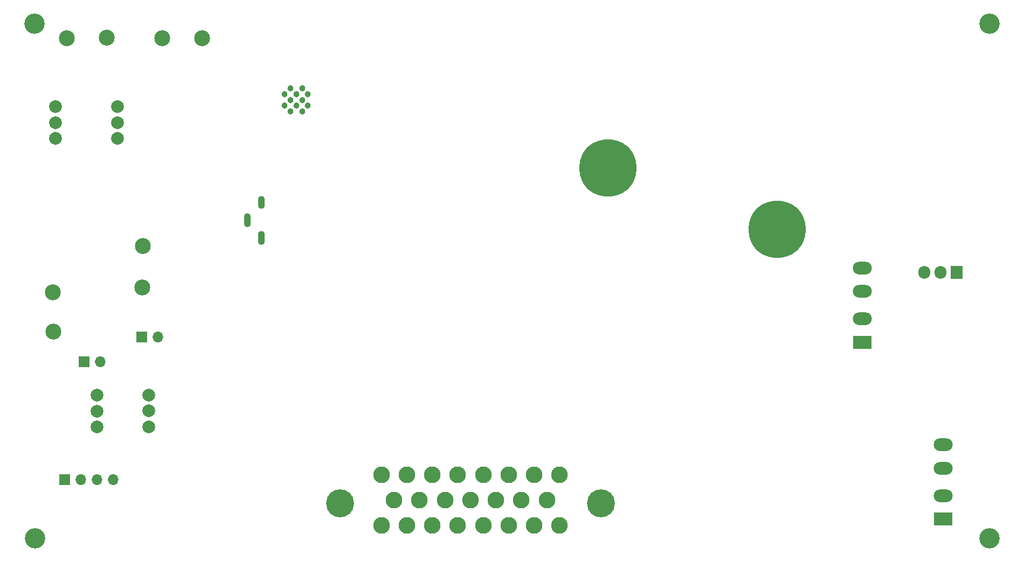
<source format=gbr>
%TF.GenerationSoftware,KiCad,Pcbnew,7.0.9*%
%TF.CreationDate,2024-11-07T18:52:40-06:00*%
%TF.ProjectId,RC17,52433137-2e6b-4696-9361-645f70636258,rev?*%
%TF.SameCoordinates,Original*%
%TF.FileFunction,Soldermask,Bot*%
%TF.FilePolarity,Negative*%
%FSLAX46Y46*%
G04 Gerber Fmt 4.6, Leading zero omitted, Abs format (unit mm)*
G04 Created by KiCad (PCBNEW 7.0.9) date 2024-11-07 18:52:40*
%MOMM*%
%LPD*%
G01*
G04 APERTURE LIST*
%ADD10C,2.000000*%
%ADD11R,1.905000X2.000000*%
%ADD12O,1.905000X2.000000*%
%ADD13C,3.200000*%
%ADD14C,2.625000*%
%ADD15C,4.395000*%
%ADD16C,2.500000*%
%ADD17O,1.100000X2.000000*%
%ADD18O,1.100000X2.200000*%
%ADD19C,9.000000*%
%ADD20R,3.000000X2.000000*%
%ADD21O,3.000000X2.000000*%
%ADD22C,0.966000*%
%ADD23R,1.700000X1.700000*%
%ADD24O,1.700000X1.700000*%
G04 APERTURE END LIST*
D10*
%TO.C,RV4*%
X36525200Y-41605200D03*
X36525200Y-39105200D03*
X36525200Y-36605200D03*
%TD*%
%TO.C,RV3*%
X26822400Y-41605200D03*
X26822400Y-39105200D03*
X26822400Y-36605200D03*
%TD*%
%TO.C,RV2*%
X41452800Y-86944800D03*
X41452800Y-84444800D03*
X41452800Y-81944800D03*
%TD*%
%TO.C,RV1*%
X33349800Y-86995600D03*
X33349800Y-84495600D03*
X33349800Y-81995600D03*
%TD*%
D11*
%TO.C,U5*%
X168372500Y-62615000D03*
D12*
X165832500Y-62615000D03*
X163292500Y-62615000D03*
%TD*%
D13*
%TO.C, *%
X173550000Y-104475000D03*
%TD*%
%TO.C, *%
X23525000Y-23500000D03*
%TD*%
D14*
%TO.C,J2*%
X78000000Y-94457200D03*
X82000000Y-94457200D03*
X86000000Y-94457200D03*
X90000000Y-94457200D03*
X94000000Y-94457200D03*
X98000000Y-94457200D03*
X102000000Y-94457200D03*
X106000000Y-94457200D03*
X80000000Y-98457200D03*
X84000000Y-98457200D03*
X88000000Y-98457200D03*
X92000000Y-98457200D03*
X96000000Y-98457200D03*
X100000000Y-98457200D03*
X104000000Y-98457200D03*
X78000000Y-102457200D03*
X82000000Y-102457200D03*
X86000000Y-102457200D03*
X90000000Y-102457200D03*
X94000000Y-102457200D03*
X98000000Y-102457200D03*
X102000000Y-102457200D03*
X106000000Y-102457200D03*
D15*
X71500000Y-98957200D03*
X112500000Y-98957200D03*
%TD*%
D16*
%TO.C,TP3*%
X26466800Y-71948000D03*
%TD*%
%TO.C,TP6*%
X49885600Y-25806400D03*
%TD*%
D17*
%TO.C,J1*%
X59145000Y-51625000D03*
D18*
X59145000Y-57225000D03*
X56995000Y-54425000D03*
%TD*%
D19*
%TO.C,J5*%
X140150000Y-55875000D03*
%TD*%
D13*
%TO.C, *%
X23575000Y-104500000D03*
%TD*%
D16*
%TO.C,TP8*%
X34899600Y-25755600D03*
%TD*%
%TO.C,TP7*%
X28600400Y-25806400D03*
%TD*%
D13*
%TO.C, *%
X173500000Y-23550000D03*
%TD*%
D20*
%TO.C,F2*%
X166277500Y-101455000D03*
D21*
X166277500Y-97755000D03*
X166277500Y-93455000D03*
X166277500Y-89755000D03*
%TD*%
D22*
%TO.C,U15*%
X66471000Y-36441500D03*
X66471000Y-34606500D03*
X65553500Y-37359000D03*
X65553500Y-35524000D03*
X65553500Y-33689000D03*
X64636000Y-36441500D03*
X64636000Y-34606500D03*
X63718500Y-37359000D03*
X63718500Y-35524000D03*
X63718500Y-33689000D03*
X62801000Y-36441500D03*
X62801000Y-34606500D03*
%TD*%
D16*
%TO.C,TP5*%
X43586400Y-25806400D03*
%TD*%
D19*
%TO.C,J6*%
X113588800Y-46228000D03*
%TD*%
D16*
%TO.C,TP1*%
X40538400Y-58536800D03*
%TD*%
D23*
%TO.C,J4*%
X31343600Y-76723200D03*
D24*
X33883600Y-76723200D03*
%TD*%
D23*
%TO.C,J3*%
X28250000Y-95225000D03*
D24*
X30790000Y-95225000D03*
X33330000Y-95225000D03*
X35870000Y-95225000D03*
%TD*%
D20*
%TO.C,F1*%
X153568400Y-73660000D03*
D21*
X153568400Y-69960000D03*
X153568400Y-65660000D03*
X153568400Y-61960000D03*
%TD*%
D16*
%TO.C,TP2*%
X40487600Y-64988400D03*
%TD*%
D23*
%TO.C,J12*%
X40350000Y-72775000D03*
D24*
X42890000Y-72775000D03*
%TD*%
D16*
%TO.C,TP4*%
X26416000Y-65750400D03*
%TD*%
M02*

</source>
